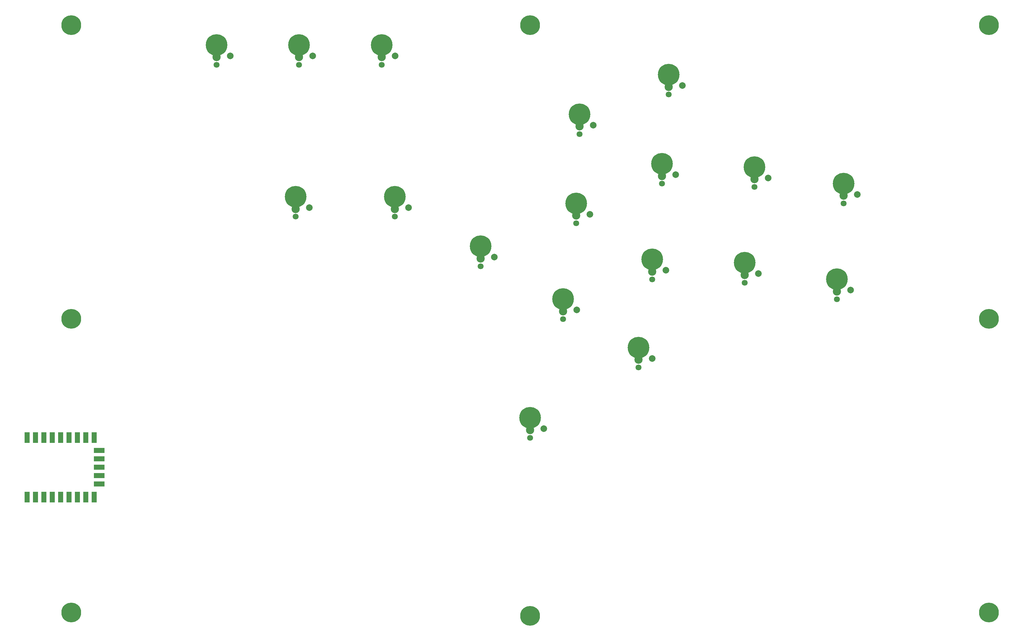
<source format=gbr>
%TF.GenerationSoftware,KiCad,Pcbnew,7.0.7*%
%TF.CreationDate,2023-09-16T00:44:10+09:00*%
%TF.ProjectId,StickLess,53746963-6b4c-4657-9373-2e6b69636164,rev?*%
%TF.SameCoordinates,Original*%
%TF.FileFunction,Soldermask,Top*%
%TF.FilePolarity,Negative*%
%FSLAX46Y46*%
G04 Gerber Fmt 4.6, Leading zero omitted, Abs format (unit mm)*
G04 Created by KiCad (PCBNEW 7.0.7) date 2023-09-16 00:44:10*
%MOMM*%
%LPD*%
G01*
G04 APERTURE LIST*
%ADD10C,6.000000*%
%ADD11R,1.600000X3.200000*%
%ADD12R,3.200000X1.600000*%
%ADD13C,6.550000*%
%ADD14C,2.500000*%
%ADD15C,1.800000*%
%ADD16C,2.000000*%
G04 APERTURE END LIST*
D10*
%TO.C,H3*%
X16000000Y-194000000D03*
%TD*%
D11*
%TO.C,RZ1*%
X2565000Y-141000000D03*
X5105000Y-141000000D03*
X7645000Y-141000000D03*
X10185000Y-141000000D03*
X12725000Y-141000000D03*
X15265000Y-141000000D03*
X17805000Y-141000000D03*
X20345000Y-141000000D03*
X22885000Y-141000000D03*
D12*
X24475000Y-144920000D03*
X24475000Y-147460000D03*
X24475000Y-150000000D03*
X24475000Y-152540000D03*
X24475000Y-155080000D03*
D11*
X22885000Y-159000000D03*
X20345000Y-159000000D03*
X17805000Y-159000000D03*
X15265000Y-159000000D03*
X12725000Y-159000000D03*
X10185000Y-159000000D03*
X7645000Y-159000000D03*
X2565000Y-159000000D03*
X5105000Y-159000000D03*
%TD*%
D10*
%TO.C,H8*%
X294000000Y-194000000D03*
%TD*%
%TO.C,H4*%
X155000000Y-16000000D03*
%TD*%
%TO.C,H5*%
X155000000Y-195000000D03*
%TD*%
%TO.C,H7*%
X294000000Y-16000000D03*
%TD*%
D13*
%TO.C,B1(A)1*%
X165000000Y-99000000D03*
D14*
X165000000Y-102700000D03*
D15*
X165000000Y-105050000D03*
D16*
X169130000Y-102300000D03*
%TD*%
D13*
%TO.C,LEFT1*%
X84000000Y-68000000D03*
D14*
X84000000Y-71700000D03*
D15*
X84000000Y-74050000D03*
D16*
X88130000Y-71300000D03*
%TD*%
D10*
%TO.C,H2*%
X16000000Y-105000000D03*
%TD*%
D13*
%TO.C,RIGHT1*%
X140000000Y-83000000D03*
D14*
X140000000Y-86700000D03*
D15*
X140000000Y-89050000D03*
D16*
X144130000Y-86300000D03*
%TD*%
D13*
%TO.C,L1(L)1*%
X220000000Y-88000000D03*
D14*
X220000000Y-91700000D03*
D15*
X220000000Y-94050000D03*
D16*
X224130000Y-91300000D03*
%TD*%
D10*
%TO.C,H1*%
X16000000Y-16000000D03*
%TD*%
D13*
%TO.C,B2(B)1*%
X192000000Y-87000000D03*
D14*
X192000000Y-90700000D03*
D15*
X192000000Y-93050000D03*
D16*
X196130000Y-90300000D03*
%TD*%
D13*
%TO.C,S2(START)1*%
X110000000Y-22000000D03*
D14*
X110000000Y-25700000D03*
D15*
X110000000Y-28050000D03*
D16*
X114130000Y-25300000D03*
%TD*%
D10*
%TO.C,H6*%
X294000000Y-105000000D03*
%TD*%
D13*
%TO.C,L2(LB)1*%
X223010000Y-59000000D03*
D14*
X223010000Y-62700000D03*
D15*
X223010000Y-65050000D03*
D16*
X227140000Y-62300000D03*
%TD*%
D13*
%TO.C,DOWN1*%
X114000000Y-68000000D03*
D14*
X114000000Y-71700000D03*
D15*
X114000000Y-74050000D03*
D16*
X118130000Y-71300000D03*
%TD*%
D13*
%TO.C,S1(BACK)1*%
X170000000Y-43000000D03*
D14*
X170000000Y-46700000D03*
D15*
X170000000Y-49050000D03*
D16*
X174130000Y-46300000D03*
%TD*%
D13*
%TO.C,A2(CAPTURE)1*%
X60000000Y-22000000D03*
D14*
X60000000Y-25700000D03*
D15*
X60000000Y-28050000D03*
D16*
X64130000Y-25300000D03*
%TD*%
D13*
%TO.C,B4(Y)1*%
X195000000Y-58000000D03*
D14*
X195000000Y-61700000D03*
D15*
X195000000Y-64050000D03*
D16*
X199130000Y-61300000D03*
%TD*%
D13*
%TO.C,UP1*%
X155000000Y-135000000D03*
D14*
X155000000Y-138700000D03*
D15*
X155000000Y-141050000D03*
D16*
X159130000Y-138300000D03*
%TD*%
D13*
%TO.C,R3(RS)1*%
X197000000Y-31000000D03*
D14*
X197000000Y-34700000D03*
D15*
X197000000Y-37050000D03*
D16*
X201130000Y-34300000D03*
%TD*%
D13*
%TO.C,R1(R)1*%
X248000000Y-93000000D03*
D14*
X248000000Y-96700000D03*
D15*
X248000000Y-99050000D03*
D16*
X252130000Y-96300000D03*
%TD*%
D13*
%TO.C,A1(GUIDE)1*%
X85000000Y-22000000D03*
D14*
X85000000Y-25700000D03*
D15*
X85000000Y-28050000D03*
D16*
X89130000Y-25300000D03*
%TD*%
D13*
%TO.C,L3(LS)1*%
X187870000Y-113700000D03*
D14*
X187870000Y-117400000D03*
D15*
X187870000Y-119750000D03*
D16*
X192000000Y-117000000D03*
%TD*%
D13*
%TO.C,R2(RB)1*%
X250000000Y-64000000D03*
D14*
X250000000Y-67700000D03*
D15*
X250000000Y-70050000D03*
D16*
X254130000Y-67300000D03*
%TD*%
D13*
%TO.C,B3(X)1*%
X169000000Y-70000000D03*
D14*
X169000000Y-73700000D03*
D15*
X169000000Y-76050000D03*
D16*
X173130000Y-73300000D03*
%TD*%
M02*

</source>
